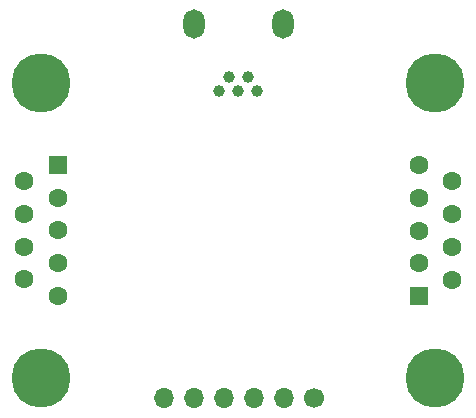
<source format=gbr>
%TF.GenerationSoftware,KiCad,Pcbnew,(5.1.6)-1*%
%TF.CreationDate,2021-06-08T09:34:39+02:00*%
%TF.ProjectId,Joyadapter_SMD,4a6f7961-6461-4707-9465-725f534d442e,rev?*%
%TF.SameCoordinates,Original*%
%TF.FileFunction,Soldermask,Bot*%
%TF.FilePolarity,Negative*%
%FSLAX46Y46*%
G04 Gerber Fmt 4.6, Leading zero omitted, Abs format (unit mm)*
G04 Created by KiCad (PCBNEW (5.1.6)-1) date 2021-06-08 09:34:39*
%MOMM*%
%LPD*%
G01*
G04 APERTURE LIST*
%ADD10C,1.000000*%
%ADD11O,1.800000X2.500000*%
%ADD12C,1.700000*%
%ADD13O,1.700000X1.700000*%
%ADD14C,5.000000*%
%ADD15C,1.600000*%
%ADD16R,1.600000X1.600000*%
G04 APERTURE END LIST*
D10*
%TO.C,J3*%
X149965000Y-94690000D03*
X148365000Y-94690000D03*
X150765000Y-95890000D03*
X147565000Y-95890000D03*
X149165000Y-95890000D03*
D11*
X152915000Y-90240000D03*
X145415000Y-90240000D03*
%TD*%
D12*
%TO.C,J1*%
X155565000Y-121880000D03*
D13*
X153025000Y-121880000D03*
X150485000Y-121880000D03*
X147945000Y-121880000D03*
X145405000Y-121880000D03*
X142865000Y-121880000D03*
%TD*%
D14*
%TO.C,X2*%
X132445000Y-120180000D03*
X132445000Y-95180000D03*
D15*
X131025000Y-111835000D03*
X131025000Y-109065000D03*
X131025000Y-106295000D03*
X131025000Y-103525000D03*
X133865000Y-113220000D03*
X133865000Y-110450000D03*
X133865000Y-107680000D03*
X133865000Y-104910000D03*
D16*
X133865000Y-102140000D03*
%TD*%
D14*
%TO.C,X1*%
X165845000Y-95200000D03*
X165845000Y-120200000D03*
D15*
X167265000Y-103545000D03*
X167265000Y-106315000D03*
X167265000Y-109085000D03*
X167265000Y-111855000D03*
X164425000Y-102160000D03*
X164425000Y-104930000D03*
X164425000Y-107700000D03*
X164425000Y-110470000D03*
D16*
X164425000Y-113240000D03*
%TD*%
M02*

</source>
